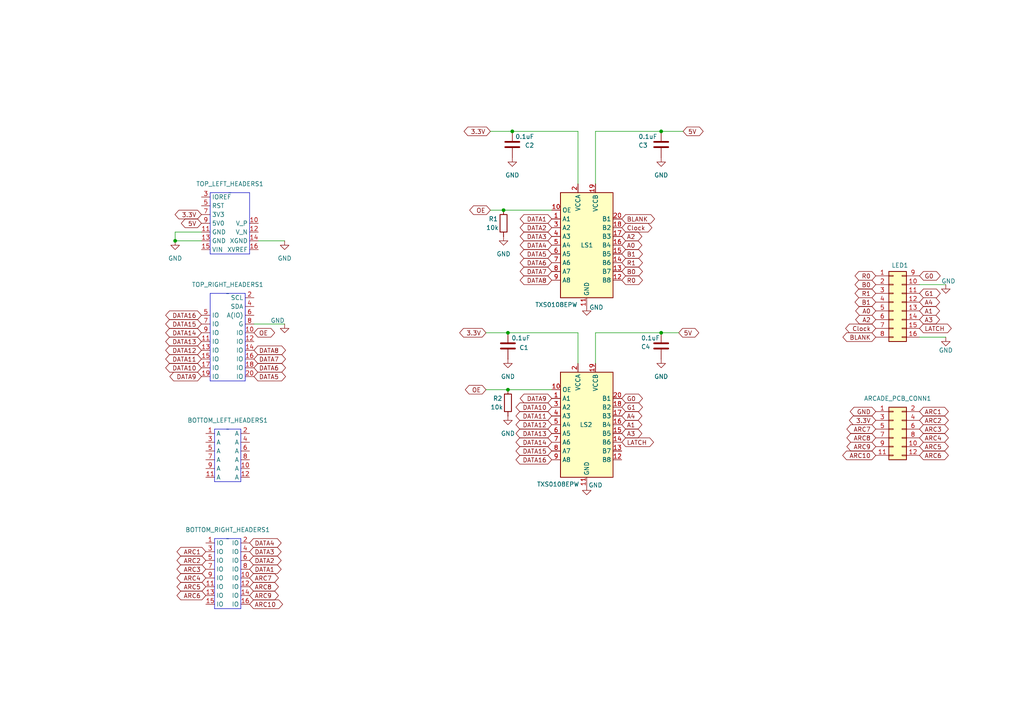
<source format=kicad_sch>
(kicad_sch (version 20250114) (generator "eeschema") (generator_version "9.0")
  (paper "A4")
  (title_block (title "SPUD"))
  (lib_symbols
    (symbol "C_1" (pin_numbers (hide yes)) (pin_names (offset 0.254))
      (property "Reference" "C1" (at 6.35 -0.254 0))
      (property "Value" "0.1uF" (at 6.35 2.286 0))
      (symbol "C_1_0_1"
        (polyline (pts (xy -2.032 0.762) (xy 2.032 0.762)) (stroke (width 0.508)))
        (polyline (pts (xy -2.032 -0.762) (xy 2.032 -0.762)) (stroke (width 0.508)))
      )
      (symbol "C_1_1_1"
        (pin passive line (at 0 3.81 270) (length 2.794) (name "~") (number "1"))
        (pin passive line (at 0 -3.81 90) (length 2.794) (name "~") (number "2"))
      )
    )
    (symbol "Connector_Generic:ARCADE_PCB_CONN" (pin_names (offset 1.016) (hide yes))
      (property "Reference" "J" (at 1.27 7.62 0))
      (property "Value" "Conn_02x06_Top_Bottom" (at 1.27 -10.16 0))
      (symbol "ARCADE_PCB_CONN_1_1"
        (rectangle (start -1.27 6.35) (end 3.81 -8.89) (stroke (width 0.254)) (fill (type background)))
        (rectangle (start -1.27 5.207) (end 0 4.953) (stroke (width 0.1524)))
        (rectangle (start -1.27 2.667) (end 0 2.413) (stroke (width 0.1524)))
        (rectangle (start -1.27 0.127) (end 0 -0.127) (stroke (width 0.1524)))
        (rectangle (start -1.27 -2.413) (end 0 -2.667) (stroke (width 0.1524)))
        (rectangle (start -1.27 -4.953) (end 0 -5.207) (stroke (width 0.1524)))
        (rectangle (start -1.27 -7.493) (end 0 -7.747) (stroke (width 0.1524)))
        (rectangle (start 3.81 5.207) (end 2.54 4.953) (stroke (width 0.1524)))
        (rectangle (start 3.81 2.667) (end 2.54 2.413) (stroke (width 0.1524)))
        (rectangle (start 3.81 0.127) (end 2.54 -0.127) (stroke (width 0.1524)))
        (rectangle (start 3.81 -2.413) (end 2.54 -2.667) (stroke (width 0.1524)))
        (rectangle (start 3.81 -4.953) (end 2.54 -5.207) (stroke (width 0.1524)))
        (rectangle (start 3.81 -7.493) (end 2.54 -7.747) (stroke (width 0.1524)))
        (pin passive line (at -5.08 5.08 0) (length 3.81) (name "Pin_1") (number "1"))
        (pin passive line (at -5.08 2.54 0) (length 3.81) (name "Pin_3") (number "3"))
        (pin passive line (at -5.08 0 0) (length 3.81) (name "Pin_5") (number "5"))
        (pin passive line (at -5.08 -2.54 0) (length 3.81) (name "Pin_7") (number "7"))
        (pin passive line (at -5.08 -5.08 0) (length 3.81) (name "Pin_9") (number "9"))
        (pin passive line (at -5.08 -7.62 0) (length 3.81) (name "Pin_11") (number "11"))
        (pin passive line (at 7.62 5.08 180) (length 3.81) (name "Pin_2") (number "2"))
        (pin passive line (at 7.62 2.54 180) (length 3.81) (name "Pin_4") (number "4"))
        (pin passive line (at 7.62 0 180) (length 3.81) (name "Pin_6") (number "6"))
        (pin passive line (at 7.62 -2.54 180) (length 3.81) (name "Pin_8") (number "8"))
        (pin passive line (at 7.62 -5.08 180) (length 3.81) (name "Pin_10") (number "10"))
        (pin passive line (at 7.62 -7.62 180) (length 3.81) (name "Pin_12") (number "12"))
      )
    )
    (symbol "Connector_Generic:Conn_02x08_Top_Bottom" (pin_names (offset 1.016) (hide yes))
      (property "Reference" "J" (at 1.27 10.16 0))
      (property "Value" "Conn_02x08_Top_Bottom" (at 1.27 -12.7 0))
      (symbol "Conn_02x08_Top_Bottom_1_1"
        (rectangle (start -1.27 8.89) (end 3.81 -11.43) (stroke (width 0.254)) (fill (type background)))
        (rectangle (start -1.27 7.747) (end 0 7.493) (stroke (width 0.1524)))
        (rectangle (start -1.27 5.207) (end 0 4.953) (stroke (width 0.1524)))
        (rectangle (start -1.27 2.667) (end 0 2.413) (stroke (width 0.1524)))
        (rectangle (start -1.27 0.127) (end 0 -0.127) (stroke (width 0.1524)))
        (rectangle (start -1.27 -2.413) (end 0 -2.667) (stroke (width 0.1524)))
        (rectangle (start -1.27 -4.953) (end 0 -5.207) (stroke (width 0.1524)))
        (rectangle (start -1.27 -7.493) (end 0 -7.747) (stroke (width 0.1524)))
        (rectangle (start -1.27 -10.033) (end 0 -10.287) (stroke (width 0.1524)))
        (rectangle (start 3.81 7.747) (end 2.54 7.493) (stroke (width 0.1524)))
        (rectangle (start 3.81 5.207) (end 2.54 4.953) (stroke (width 0.1524)))
        (rectangle (start 3.81 2.667) (end 2.54 2.413) (stroke (width 0.1524)))
        (rectangle (start 3.81 0.127) (end 2.54 -0.127) (stroke (width 0.1524)))
        (rectangle (start 3.81 -2.413) (end 2.54 -2.667) (stroke (width 0.1524)))
        (rectangle (start 3.81 -4.953) (end 2.54 -5.207) (stroke (width 0.1524)))
        (rectangle (start 3.81 -7.493) (end 2.54 -7.747) (stroke (width 0.1524)))
        (rectangle (start 3.81 -10.033) (end 2.54 -10.287) (stroke (width 0.1524)))
        (pin passive line (at -5.08 7.62 0) (length 3.81) (name "Pin_1") (number "1"))
        (pin passive line (at -5.08 5.08 0) (length 3.81) (name "Pin_2") (number "2"))
        (pin passive line (at -5.08 2.54 0) (length 3.81) (name "Pin_3") (number "3"))
        (pin passive line (at -5.08 0 0) (length 3.81) (name "Pin_4") (number "4"))
        (pin passive line (at -5.08 -2.54 0) (length 3.81) (name "Pin_5") (number "5"))
        (pin passive line (at -5.08 -5.08 0) (length 3.81) (name "Pin_6") (number "6"))
        (pin passive line (at -5.08 -7.62 0) (length 3.81) (name "Pin_7") (number "7"))
        (pin passive line (at -5.08 -10.16 0) (length 3.81) (name "Pin_8") (number "8"))
        (pin passive line (at 7.62 7.62 180) (length 3.81) (name "Pin_9") (number "9"))
        (pin passive line (at 7.62 5.08 180) (length 3.81) (name "Pin_10") (number "10"))
        (pin passive line (at 7.62 2.54 180) (length 3.81) (name "Pin_11") (number "11"))
        (pin passive line (at 7.62 0 180) (length 3.81) (name "Pin_12") (number "12"))
        (pin passive line (at 7.62 -2.54 180) (length 3.81) (name "Pin_13") (number "13"))
        (pin passive line (at 7.62 -5.08 180) (length 3.81) (name "Pin_14") (number "14"))
        (pin passive line (at 7.62 -7.62 180) (length 3.81) (name "Pin_15") (number "15"))
        (pin passive line (at 7.62 -10.16 180) (length 3.81) (name "Pin_16") (number "16"))
      )
    )
    (symbol "Device:C" (pin_numbers (hide yes)) (pin_names (offset 0.254))
      (property "Reference" "C" (at 0.635 2.54 0))
      (property "Value" "C" (at 0.635 -2.54 0))
      (symbol "C_0_1"
        (polyline (pts (xy -2.032 0.762) (xy 2.032 0.762)) (stroke (width 0.508)))
        (polyline (pts (xy -2.032 -0.762) (xy 2.032 -0.762)) (stroke (width 0.508)))
      )
      (symbol "C_1_1"
        (pin passive line (at 0 3.81 270) (length 2.794) (name "~") (number "1"))
        (pin passive line (at 0 -3.81 90) (length 2.794) (name "~") (number "2"))
      )
    )
    (symbol "Device:R" (pin_numbers (hide yes)) (pin_names (offset 0))
      (property "Reference" "R" (at 2.032 0 90))
      (property "Value" "R" (at 0 0 90))
      (symbol "R_0_1"
        (rectangle (start -1.016 -2.54) (end 1.016 2.54) (stroke (width 0.254)))
      )
      (symbol "R_1_1"
        (pin passive line (at 0 3.81 270) (length 1.27) (name "~") (number "1"))
        (pin passive line (at 0 -3.81 90) (length 1.27) (name "~") (number "2"))
      )
    )
    (symbol "Logic_LevelTranslator:TXS0108EPW"
      (property "Reference" "U" (at -6.35 16.51 0))
      (property "Value" "TXS0108EPW" (at 3.81 16.51 0))
      (symbol "TXS0108EPW_0_1"
        (rectangle (start -7.62 15.24) (end 7.62 -15.24) (stroke (width 0.254)) (fill (type background)))
      )
      (symbol "TXS0108EPW_1_1"
        (pin input line (at -10.16 10.16 0) (length 2.54) (name "OE") (number "10"))
        (pin bidirectional line (at -10.16 7.62 0) (length 2.54) (name "A1") (number "1"))
        (pin bidirectional line (at -10.16 5.08 0) (length 2.54) (name "A2") (number "3"))
        (pin bidirectional line (at -10.16 2.54 0) (length 2.54) (name "A3") (number "4"))
        (pin bidirectional line (at -10.16 0 0) (length 2.54) (name "A4") (number "5"))
        (pin bidirectional line (at -10.16 -2.54 0) (length 2.54) (name "A5") (number "6"))
        (pin bidirectional line (at -10.16 -5.08 0) (length 2.54) (name "A6") (number "7"))
        (pin bidirectional line (at -10.16 -7.62 0) (length 2.54) (name "A7") (number "8"))
        (pin bidirectional line (at -10.16 -10.16 0) (length 2.54) (name "A8") (number "9"))
        (pin power_in line (at -2.54 17.78 270) (length 2.54) (name "VCCA") (number "2"))
        (pin power_in line (at 0 -17.78 90) (length 2.54) (name "GND") (number "11"))
        (pin power_in line (at 2.54 17.78 270) (length 2.54) (name "VCCB") (number "19"))
        (pin bidirectional line (at 10.16 7.62 180) (length 2.54) (name "B1") (number "20"))
        (pin bidirectional line (at 10.16 5.08 180) (length 2.54) (name "B2") (number "18"))
        (pin bidirectional line (at 10.16 2.54 180) (length 2.54) (name "B3") (number "17"))
        (pin bidirectional line (at 10.16 0 180) (length 2.54) (name "B4") (number "16"))
        (pin bidirectional line (at 10.16 -2.54 180) (length 2.54) (name "B5") (number "15"))
        (pin bidirectional line (at 10.16 -5.08 180) (length 2.54) (name "B6") (number "14"))
        (pin bidirectional line (at 10.16 -7.62 180) (length 2.54) (name "B7") (number "13"))
        (pin bidirectional line (at 10.16 -10.16 180) (length 2.54) (name "B8") (number "12"))
      )
    )
    (symbol "R_1" (pin_numbers (hide yes)) (pin_names (offset 0))
      (property "Reference" "R1" (at -4.318 1.27 0))
      (property "Value" "10k" (at -5.08 -1.27 0))
      (symbol "R_1_0_1"
        (rectangle (start -1.016 2.54) (end 1.016 -2.54) (stroke (width 0.254)))
      )
      (symbol "R_1_1_1"
        (pin passive line (at 0 3.81 270) (length 1.27) (name "~") (number "1"))
        (pin passive line (at 0 -3.81 90) (length 1.27) (name "~") (number "2"))
      )
    )
    (symbol "Spartan-7-J2:J3-4_Header_TOP"
      (property "Reference" "TOP_RIGHT_HEADERS1" (at 1.27 2.54 0))
      (property "Value" "~" (at 1.27 0 0))
      (symbol "J3-4_Header_TOP_1_0"
        (pin no_connect line (at -6.35 -1.27 0) (length 2.54) (hide yes) (name "") (number ""))
        (pin no_connect line (at -6.35 -3.81 0) (length 2.54) (hide yes) (name "") (number ""))
        (pin bidirectional line (at -6.35 -6.35 0) (length 2.54) (name "IO") (number "5"))
        (pin bidirectional line (at -6.35 -8.89 0) (length 2.54) (name "IO") (number "7"))
        (pin bidirectional line (at -6.35 -11.43 0) (length 2.54) (name "IO") (number "9"))
        (pin bidirectional line (at -6.35 -13.97 0) (length 2.54) (name "IO") (number "11"))
        (pin bidirectional line (at -6.35 -16.51 0) (length 2.54) (name "IO") (number "13"))
        (pin bidirectional line (at -6.35 -19.05 0) (length 2.54) (name "IO") (number "15"))
        (pin bidirectional line (at -6.35 -21.59 0) (length 2.54) (name "IO") (number "17"))
        (pin bidirectional line (at -6.35 -24.13 0) (length 2.54) (name "IO") (number "19"))
        (pin bidirectional line (at 8.89 -1.27 180) (length 2.54) (name "SCL") (number "2"))
        (pin bidirectional line (at 8.89 -3.81 180) (length 2.54) (name "SDA") (number "4"))
        (pin bidirectional line (at 8.89 -6.35 180) (length 2.54) (name "A(IO)") (number "6"))
        (pin power_in line (at 8.89 -8.89 180) (length 2.54) (name "G") (number "8"))
        (pin bidirectional line (at 8.89 -11.43 180) (length 2.54) (name "IO") (number "10"))
        (pin bidirectional line (at 8.89 -13.97 180) (length 2.54) (name "IO") (number "12"))
        (pin bidirectional line (at 8.89 -16.51 180) (length 2.54) (name "IO") (number "14"))
        (pin bidirectional line (at 8.89 -19.05 180) (length 2.54) (name "IO") (number "16"))
        (pin bidirectional line (at 8.89 -21.59 180) (length 2.54) (name "IO") (number "18"))
        (pin bidirectional line (at 8.89 -24.13 180) (length 2.54) (name "IO") (number "20"))
      )
    )
    (symbol "Spartan-7-J2:J5_Header"
      (property "Reference" "BOTTOM_RIGHT_HEADERS1" (at 0 1.27 0))
      (property "Value" "~" (at 0 -1.27 0))
      (symbol "J5_Header_1_0"
        (pin bidirectional line (at -6.35 -2.54 0) (length 2.54) (name "IO") (number "1"))
        (pin bidirectional line (at -6.35 -5.08 0) (length 2.54) (name "IO") (number "3"))
        (pin bidirectional line (at -6.35 -7.62 0) (length 2.54) (name "IO") (number "5"))
        (pin bidirectional line (at -6.35 -10.16 0) (length 2.54) (name "IO") (number "7"))
        (pin bidirectional line (at -6.35 -12.7 0) (length 2.54) (name "IO") (number "9"))
        (pin bidirectional line (at -6.35 -15.24 0) (length 2.54) (name "IO") (number "11"))
        (pin bidirectional line (at -6.35 -17.78 0) (length 2.54) (name "IO") (number "13"))
        (pin bidirectional line (at -6.35 -20.32 0) (length 2.54) (name "IO") (number "15"))
        (pin bidirectional line (at 6.35 -2.54 180) (length 2.54) (name "IO") (number "2"))
        (pin bidirectional line (at 6.35 -5.08 180) (length 2.54) (name "IO") (number "4"))
        (pin bidirectional line (at 6.35 -7.62 180) (length 2.54) (name "IO") (number "6"))
        (pin bidirectional line (at 6.35 -10.16 180) (length 2.54) (name "IO") (number "8"))
        (pin bidirectional line (at 6.35 -12.7 180) (length 2.54) (name "IO") (number "10"))
        (pin bidirectional line (at 6.35 -15.24 180) (length 2.54) (name "IO") (number "12"))
        (pin bidirectional line (at 6.35 -17.78 180) (length 2.54) (name "IO") (number "14"))
        (pin bidirectional line (at 6.35 -20.32 180) (length 2.54) (name "IO") (number "16"))
      )
    )
    (symbol "Spartan-7-J2:J6-8_Header_BOT"
      (property "Reference" "BOTTOM_LEFT_HEADERS1" (at 0 1.27 0))
      (property "Value" "~" (at 0 -1.27 0))
      (symbol "J6-8_Header_BOT_1_0"
        (pin input line (at -6.35 -2.54 0) (length 2.54) (name "A") (number "1"))
        (pin input line (at -6.35 -5.08 0) (length 2.54) (name "A") (number "3"))
        (pin input line (at -6.35 -7.62 0) (length 2.54) (name "A") (number "5"))
        (pin input line (at -6.35 -10.16 0) (length 2.54) (name "A") (number "7"))
        (pin input line (at -6.35 -12.7 0) (length 2.54) (name "A") (number "9"))
        (pin input line (at -6.35 -15.24 0) (length 2.54) (name "A") (number "11"))
        (pin input line (at 6.35 -2.54 180) (length 2.54) (name "A") (number "2"))
        (pin input line (at 6.35 -5.08 180) (length 2.54) (name "A") (number "4"))
        (pin input line (at 6.35 -7.62 180) (length 2.54) (name "A") (number "6"))
        (pin input line (at 6.35 -10.16 180) (length 2.54) (name "A") (number "8"))
        (pin input line (at 6.35 -12.7 180) (length 2.54) (name "A") (number "10"))
        (pin input line (at 6.35 -15.24 180) (length 2.54) (name "A") (number "12"))
      )
    )
    (symbol "Spartan-7-J2:J6-8_Header_TOP"
      (property "Reference" "TOP_LEFT_HEADERS1" (at 1.905 -1.27 0))
      (property "Value" "~" (at 1.905 -3.81 0))
      (symbol "J6-8_Header_TOP_1_0"
        (pin no_connect line (at -6.35 -2.54 0) (length 2.54) (hide yes) (name "") (number ""))
        (pin power_in line (at -6.35 -5.08 0) (length 2.54) (name "IOREF") (number "3"))
        (pin input line (at -6.35 -7.62 0) (length 2.54) (name "RST") (number "5"))
        (pin power_out line (at -6.35 -10.16 0) (length 2.54) (name "3V3") (number "7"))
        (pin power_out line (at -6.35 -12.7 0) (length 2.54) (name "5V0") (number "9"))
        (pin power_in line (at -6.35 -15.24 0) (length 2.54) (name "GND") (number "11"))
        (pin power_in line (at -6.35 -17.78 0) (length 2.54) (name "GND") (number "13"))
        (pin power_in line (at -6.35 -20.32 0) (length 2.54) (name "VIN") (number "15"))
        (pin no_connect line (at 10.16 -2.54 180) (length 2.54) (hide yes) (name "") (number ""))
        (pin no_connect line (at 10.16 -5.08 180) (length 2.54) (hide yes) (name "") (number ""))
        (pin no_connect line (at 10.16 -7.62 180) (length 2.54) (hide yes) (name "") (number ""))
        (pin no_connect line (at 10.16 -10.16 180) (length 2.54) (hide yes) (name "") (number ""))
        (pin power_in line (at 10.16 -12.7 180) (length 2.54) (name "V_P") (number "10"))
        (pin power_in line (at 10.16 -15.24 180) (length 2.54) (name "V_N") (number "12"))
        (pin power_in line (at 10.16 -17.78 180) (length 2.54) (name "XGND") (number "14"))
        (pin power_in line (at 10.16 -20.32 180) (length 2.54) (name "XVREF") (number "16"))
      )
    )
    (symbol "power:GND" (power) (pin_numbers (hide yes)) (pin_names (offset 0) (hide yes))
      (property "Value" "GND" (at 0 -3.81 0))
      (symbol "GND_0_1"
        (polyline (pts (xy 0 0) (xy 0 -1.27) (xy 1.27 -1.27) (xy 0 -2.54) (xy -1.27 -1.27) (xy 0 -1.27)))
      )
      (symbol "GND_1_1"
        (pin power_in line (at 0 0 270) (length 0) (name "~") (number "1"))
      )
    )
  )
  (junction (at 191.77 96.52))
  (junction (at 191.77 38.1))
  (junction (at 148.59 38.1))
  (junction (at 147.32 113.03))
  (junction (at 147.32 96.52))
  (junction (at 50.8 69.85))
  (junction (at 146.05 60.96))
  (wire (pts (xy 167.64 53.34) (xy 167.64 38.1)))
  (wire (pts (xy 172.72 38.1) (xy 172.72 53.34)))
  (polyline (pts (xy 60.96 73.66) (xy 72.39 73.66)))
  (polyline (pts (xy 62.23 139.7) (xy 69.85 139.7)))
  (wire (pts (xy 58.42 67.31) (xy 50.8 67.31)))
  (wire (pts (xy 172.72 96.52) (xy 191.77 96.52)))
  (wire (pts (xy 142.24 60.96) (xy 146.05 60.96)))
  (wire (pts (xy 266.7 82.55) (xy 274.32 82.55)))
  (polyline (pts (xy 69.85 139.7) (xy 69.85 124.46)))
  (wire (pts (xy 142.24 38.1) (xy 148.59 38.1)))
  (wire (pts (xy 172.72 96.52) (xy 172.72 105.41)))
  (wire (pts (xy 191.77 96.52) (xy 196.85 96.52)))
  (wire (pts (xy 140.97 113.03) (xy 147.32 113.03)))
  (wire (pts (xy 167.64 105.41) (xy 167.64 96.52)))
  (polyline (pts (xy 60.96 90.17) (xy 60.96 110.49)))
  (polyline (pts (xy 72.39 73.66) (xy 72.39 55.88)))
  (wire (pts (xy 73.66 93.98) (xy 82.55 93.98)))
  (polyline (pts (xy 62.23 124.46) (xy 62.23 139.7)))
  (polyline (pts (xy 62.23 156.21) (xy 69.85 156.21)))
  (wire (pts (xy 74.93 69.85) (xy 82.55 69.85)))
  (wire (pts (xy 148.59 38.1) (xy 167.64 38.1)))
  (wire (pts (xy 191.77 38.1) (xy 198.12 38.1)))
  (polyline (pts (xy 60.96 85.09) (xy 60.96 90.17)))
  (wire (pts (xy 147.32 96.52) (xy 167.64 96.52)))
  (polyline (pts (xy 60.96 55.88) (xy 60.96 73.66)))
  (wire (pts (xy 146.05 60.96) (xy 160.02 60.96)))
  (wire (pts (xy 147.32 113.03) (xy 160.02 113.03)))
  (polyline (pts (xy 69.85 176.53) (xy 69.85 156.21)))
  (wire (pts (xy 140.97 96.52) (xy 147.32 96.52)))
  (wire (pts (xy 50.8 69.85) (xy 58.42 69.85)))
  (polyline (pts (xy 71.12 85.09) (xy 60.96 85.09)))
  (polyline (pts (xy 62.23 156.21) (xy 62.23 176.53)))
  (polyline (pts (xy 62.23 124.46) (xy 69.85 124.46)))
  (polyline (pts (xy 62.23 176.53) (xy 69.85 176.53)))
  (polyline (pts (xy 71.12 110.49) (xy 71.12 85.09)))
  (polyline (pts (xy 60.96 55.88) (xy 72.39 55.88)))
  (polyline (pts (xy 60.96 110.49) (xy 71.12 110.49)))
  (wire (pts (xy 266.7 97.79) (xy 274.32 97.79)))
  (wire (pts (xy 50.8 67.31) (xy 50.8 69.85)))
  (wire (pts (xy 191.77 38.1) (xy 172.72 38.1)))
  (global_label "A0" (shape bidirectional) (at 180.34 71.12 0) (property "Intersheetrefs" "${INTERSHEET_REFS}" (effects (hide yes))))
  (global_label "ARC9" (shape bidirectional) (at 72.39 172.72 0) (property "Intersheetrefs" "${INTERSHEET_REFS}" (effects (hide yes))))
  (global_label "5V" (shape bidirectional) (at 196.85 96.52 0) (property "Intersheetrefs" "${INTERSHEET_REFS}" (effects (hide yes))))
  (global_label "R1" (shape bidirectional) (at 254 85.09 180) (property "Intersheetrefs" "${INTERSHEET_REFS}" (effects (hide yes))))
  (global_label "ARC3" (shape bidirectional) (at 266.7 124.46 0) (property "Intersheetrefs" "${INTERSHEET_REFS}" (effects (hide yes))))
  (global_label "3.3V" (shape bidirectional) (at 140.97 96.52 180) (property "Intersheetrefs" "${INTERSHEET_REFS}" (effects (hide yes))))
  (global_label "DATA13" (shape bidirectional) (at 58.42 99.06 180) (property "Intersheetrefs" "${INTERSHEET_REFS}" (effects (hide yes))))
  (global_label "R0" (shape bidirectional) (at 254 80.01 180) (property "Intersheetrefs" "${INTERSHEET_REFS}" (effects (hide yes))))
  (global_label "B1" (shape bidirectional) (at 180.34 73.66 0) (property "Intersheetrefs" "${INTERSHEET_REFS}" (effects (hide yes))))
  (global_label "ARC2" (shape bidirectional) (at 266.7 121.92 0) (property "Intersheetrefs" "${INTERSHEET_REFS}" (effects (hide yes))))
  (global_label "A4" (shape bidirectional) (at 180.34 120.65 0) (property "Intersheetrefs" "${INTERSHEET_REFS}" (effects (hide yes))))
  (global_label "DATA11" (shape bidirectional) (at 58.42 104.14 180) (property "Intersheetrefs" "${INTERSHEET_REFS}" (effects (hide yes))))
  (global_label "ARC10" (shape bidirectional) (at 254 132.08 180) (property "Intersheetrefs" "${INTERSHEET_REFS}" (effects (hide yes))))
  (global_label "A0" (shape bidirectional) (at 254 90.17 180) (property "Intersheetrefs" "${INTERSHEET_REFS}" (effects (hide yes))))
  (global_label "DATA5" (shape bidirectional) (at 160.02 73.66 180) (property "Intersheetrefs" "${INTERSHEET_REFS}" (effects (hide yes))))
  (global_label "BLANK" (shape bidirectional) (at 254 97.79 180) (property "Intersheetrefs" "${INTERSHEET_REFS}" (effects (hide yes))))
  (global_label "R1" (shape bidirectional) (at 180.34 76.2 0) (property "Intersheetrefs" "${INTERSHEET_REFS}" (effects (hide yes))))
  (global_label "OE" (shape bidirectional) (at 142.24 60.96 180) (property "Intersheetrefs" "${INTERSHEET_REFS}" (effects (hide yes))))
  (global_label "G1" (shape bidirectional) (at 266.7 85.09 0) (property "Intersheetrefs" "${INTERSHEET_REFS}" (effects (hide yes))))
  (global_label "R0" (shape bidirectional) (at 180.34 81.28 0) (property "Intersheetrefs" "${INTERSHEET_REFS}" (effects (hide yes))))
  (global_label "DATA9" (shape bidirectional) (at 58.42 109.22 180) (property "Intersheetrefs" "${INTERSHEET_REFS}" (effects (hide yes))))
  (global_label "ARC5" (shape bidirectional) (at 266.7 129.54 0) (property "Intersheetrefs" "${INTERSHEET_REFS}" (effects (hide yes))))
  (global_label "DATA3" (shape bidirectional) (at 72.39 160.02 0) (property "Intersheetrefs" "${INTERSHEET_REFS}" (effects (hide yes))))
  (global_label "3.3V" (shape bidirectional) (at 254 121.92 180) (property "Intersheetrefs" "${INTERSHEET_REFS}" (effects (hide yes))))
  (global_label "A1" (shape bidirectional) (at 266.7 90.17 0) (property "Intersheetrefs" "${INTERSHEET_REFS}" (effects (hide yes))))
  (global_label "5V" (shape bidirectional) (at 198.12 38.1 0) (property "Intersheetrefs" "${INTERSHEET_REFS}" (effects (hide yes))))
  (global_label "G0" (shape bidirectional) (at 266.7 80.01 0) (property "Intersheetrefs" "${INTERSHEET_REFS}" (effects (hide yes))))
  (global_label "B1" (shape bidirectional) (at 254 87.63 180) (property "Intersheetrefs" "${INTERSHEET_REFS}" (effects (hide yes))))
  (global_label "A2" (shape bidirectional) (at 254 92.71 180) (property "Intersheetrefs" "${INTERSHEET_REFS}" (effects (hide yes))))
  (global_label "ARC10" (shape bidirectional) (at 72.39 175.26 0) (property "Intersheetrefs" "${INTERSHEET_REFS}" (effects (hide yes))))
  (global_label "B0" (shape bidirectional) (at 254 82.55 180) (property "Intersheetrefs" "${INTERSHEET_REFS}" (effects (hide yes))))
  (global_label "ARC6" (shape bidirectional) (at 59.69 172.72 180) (property "Intersheetrefs" "${INTERSHEET_REFS}" (effects (hide yes))))
  (global_label "A4" (shape bidirectional) (at 266.7 87.63 0) (property "Intersheetrefs" "${INTERSHEET_REFS}" (effects (hide yes))))
  (global_label "5V" (shape bidirectional) (at 58.42 64.77 180) (property "Intersheetrefs" "${INTERSHEET_REFS}" (effects (hide yes))))
  (global_label "DATA5" (shape bidirectional) (at 73.66 109.22 0) (property "Intersheetrefs" "${INTERSHEET_REFS}" (effects (hide yes))))
  (global_label "ARC6" (shape bidirectional) (at 266.7 132.08 0) (property "Intersheetrefs" "${INTERSHEET_REFS}" (effects (hide yes))))
  (global_label "LATCH" (shape bidirectional) (at 180.34 128.27 0) (property "Intersheetrefs" "${INTERSHEET_REFS}" (effects (hide yes))))
  (global_label "ARC2" (shape bidirectional) (at 59.69 162.56 180) (property "Intersheetrefs" "${INTERSHEET_REFS}" (effects (hide yes))))
  (global_label "DATA14" (shape bidirectional) (at 160.02 128.27 180) (property "Intersheetrefs" "${INTERSHEET_REFS}" (effects (hide yes))))
  (global_label "DATA4" (shape bidirectional) (at 72.39 157.48 0) (property "Intersheetrefs" "${INTERSHEET_REFS}" (effects (hide yes))))
  (global_label "G0" (shape bidirectional) (at 180.34 115.57 0) (property "Intersheetrefs" "${INTERSHEET_REFS}" (effects (hide yes))))
  (global_label "DATA2" (shape bidirectional) (at 160.02 66.04 180) (property "Intersheetrefs" "${INTERSHEET_REFS}" (effects (hide yes))))
  (global_label "3.3V" (shape bidirectional) (at 142.24 38.1 180) (property "Intersheetrefs" "${INTERSHEET_REFS}" (effects (hide yes))))
  (global_label "DATA12" (shape bidirectional) (at 160.02 123.19 180) (property "Intersheetrefs" "${INTERSHEET_REFS}" (effects (hide yes))))
  (global_label "ARC3" (shape bidirectional) (at 59.69 165.1 180) (property "Intersheetrefs" "${INTERSHEET_REFS}" (effects (hide yes))))
  (global_label "A3" (shape bidirectional) (at 266.7 92.71 0) (property "Intersheetrefs" "${INTERSHEET_REFS}" (effects (hide yes))))
  (global_label "B0" (shape bidirectional) (at 180.34 78.74 0) (property "Intersheetrefs" "${INTERSHEET_REFS}" (effects (hide yes))))
  (global_label "DATA4" (shape bidirectional) (at 160.02 71.12 180) (property "Intersheetrefs" "${INTERSHEET_REFS}" (effects (hide yes))))
  (global_label "DATA10" (shape bidirectional) (at 160.02 118.11 180) (property "Intersheetrefs" "${INTERSHEET_REFS}" (effects (hide yes))))
  (global_label "DATA13" (shape bidirectional) (at 160.02 125.73 180) (property "Intersheetrefs" "${INTERSHEET_REFS}" (effects (hide yes))))
  (global_label "ARC4" (shape bidirectional) (at 266.7 127 0) (property "Intersheetrefs" "${INTERSHEET_REFS}" (effects (hide yes))))
  (global_label "DATA9" (shape bidirectional) (at 160.02 115.57 180) (property "Intersheetrefs" "${INTERSHEET_REFS}" (effects (hide yes))))
  (global_label "DATA1" (shape bidirectional) (at 160.02 63.5 180) (property "Intersheetrefs" "${INTERSHEET_REFS}" (effects (hide yes))))
  (global_label "DATA6" (shape bidirectional) (at 73.66 106.68 0) (property "Intersheetrefs" "${INTERSHEET_REFS}" (effects (hide yes))))
  (global_label "GND" (shape bidirectional) (at 254 119.38 180) (property "Intersheetrefs" "${INTERSHEET_REFS}" (effects (hide yes))))
  (global_label "DATA8" (shape bidirectional) (at 160.02 81.28 180) (property "Intersheetrefs" "${INTERSHEET_REFS}" (effects (hide yes))))
  (global_label "DATA15" (shape bidirectional) (at 58.42 93.98 180) (property "Intersheetrefs" "${INTERSHEET_REFS}" (effects (hide yes))))
  (global_label "ARC4" (shape bidirectional) (at 59.69 167.64 180) (property "Intersheetrefs" "${INTERSHEET_REFS}" (effects (hide yes))))
  (global_label "ARC1" (shape bidirectional) (at 59.69 160.02 180) (property "Intersheetrefs" "${INTERSHEET_REFS}" (effects (hide yes))))
  (global_label "ARC5" (shape bidirectional) (at 59.69 170.18 180) (property "Intersheetrefs" "${INTERSHEET_REFS}" (effects (hide yes))))
  (global_label "DATA15" (shape bidirectional) (at 160.02 130.81 180) (property "Intersheetrefs" "${INTERSHEET_REFS}" (effects (hide yes))))
  (global_label "ARC1" (shape bidirectional) (at 266.7 119.38 0) (property "Intersheetrefs" "${INTERSHEET_REFS}" (effects (hide yes))))
  (global_label "DATA14" (shape bidirectional) (at 58.42 96.52 180) (property "Intersheetrefs" "${INTERSHEET_REFS}" (effects (hide yes))))
  (global_label "DATA12" (shape bidirectional) (at 58.42 101.6 180) (property "Intersheetrefs" "${INTERSHEET_REFS}" (effects (hide yes))))
  (global_label "ARC7" (shape bidirectional) (at 72.39 167.64 0) (property "Intersheetrefs" "${INTERSHEET_REFS}" (effects (hide yes))))
  (global_label "A1" (shape bidirectional) (at 180.34 123.19 0) (property "Intersheetrefs" "${INTERSHEET_REFS}" (effects (hide yes))))
  (global_label "DATA1" (shape bidirectional) (at 72.39 165.1 0) (property "Intersheetrefs" "${INTERSHEET_REFS}" (effects (hide yes))))
  (global_label "G1" (shape bidirectional) (at 180.34 118.11 0) (property "Intersheetrefs" "${INTERSHEET_REFS}" (effects (hide yes))))
  (global_label "DATA2" (shape bidirectional) (at 72.39 162.56 0) (property "Intersheetrefs" "${INTERSHEET_REFS}" (effects (hide yes))))
  (global_label "DATA6" (shape bidirectional) (at 160.02 76.2 180) (property "Intersheetrefs" "${INTERSHEET_REFS}" (effects (hide yes))))
  (global_label "ARC7" (shape bidirectional) (at 254 124.46 180) (property "Intersheetrefs" "${INTERSHEET_REFS}" (effects (hide yes))))
  (global_label "DATA10" (shape bidirectional) (at 58.42 106.68 180) (property "Intersheetrefs" "${INTERSHEET_REFS}" (effects (hide yes))))
  (global_label "DATA7" (shape bidirectional) (at 73.66 104.14 0) (property "Intersheetrefs" "${INTERSHEET_REFS}" (effects (hide yes))))
  (global_label "ARC8" (shape bidirectional) (at 72.39 170.18 0) (property "Intersheetrefs" "${INTERSHEET_REFS}" (effects (hide yes))))
  (global_label "OE" (shape bidirectional) (at 140.97 113.03 180) (property "Intersheetrefs" "${INTERSHEET_REFS}" (effects (hide yes))))
  (global_label "ARC8" (shape bidirectional) (at 254 127 180) (property "Intersheetrefs" "${INTERSHEET_REFS}" (effects (hide yes))))
  (global_label "A2" (shape bidirectional) (at 180.34 68.58 0) (property "Intersheetrefs" "${INTERSHEET_REFS}" (effects (hide yes))))
  (global_label "A3" (shape bidirectional) (at 180.34 125.73 0) (property "Intersheetrefs" "${INTERSHEET_REFS}" (effects (hide yes))))
  (global_label "OE" (shape bidirectional) (at 73.66 96.52 0) (property "Intersheetrefs" "${INTERSHEET_REFS}" (effects (hide yes))))
  (global_label "3.3V" (shape bidirectional) (at 58.42 62.23 180) (property "Intersheetrefs" "${INTERSHEET_REFS}" (effects (hide yes))))
  (global_label "DATA16" (shape bidirectional) (at 160.02 133.35 180) (property "Intersheetrefs" "${INTERSHEET_REFS}" (effects (hide yes))))
  (global_label "ARC9" (shape bidirectional) (at 254 129.54 180) (property "Intersheetrefs" "${INTERSHEET_REFS}" (effects (hide yes))))
  (global_label "LATCH" (shape bidirectional) (at 266.7 95.25 0) (property "Intersheetrefs" "${INTERSHEET_REFS}" (effects (hide yes))))
  (global_label "DATA16" (shape bidirectional) (at 58.42 91.44 180) (property "Intersheetrefs" "${INTERSHEET_REFS}" (effects (hide yes))))
  (global_label "DATA3" (shape bidirectional) (at 160.02 68.58 180) (property "Intersheetrefs" "${INTERSHEET_REFS}" (effects (hide yes))))
  (global_label "DATA11" (shape bidirectional) (at 160.02 120.65 180) (property "Intersheetrefs" "${INTERSHEET_REFS}" (effects (hide yes))))
  (global_label "Clock" (shape bidirectional) (at 254 95.25 180) (property "Intersheetrefs" "${INTERSHEET_REFS}" (effects (hide yes))))
  (global_label "BLANK" (shape bidirectional) (at 180.34 63.5 0) (property "Intersheetrefs" "${INTERSHEET_REFS}" (effects (hide yes))))
  (global_label "DATA7" (shape bidirectional) (at 160.02 78.74 180) (property "Intersheetrefs" "${INTERSHEET_REFS}" (effects (hide yes))))
  (global_label "Clock" (shape bidirectional) (at 180.34 66.04 0) (property "Intersheetrefs" "${INTERSHEET_REFS}" (effects (hide yes))))
  (global_label "DATA8" (shape bidirectional) (at 73.66 101.6 0) (property "Intersheetrefs" "${INTERSHEET_REFS}" (effects (hide yes))))
  (symbol (lib_id "power:GND") (at 146.05 68.58 0) (unit 1)
    (property "Reference" "#PWR04" (effects (hide yes)))
    (property "Value" "GND" (at 146.05 73.66 0))
    (property "Description" "Power symbol creates a global label with name \"GND\" , ground" (effects (hide yes)))
  )
  (symbol (lib_id "Device:C") (at 191.77 41.91 0) (unit 1)
    (property "Reference" "C3" (at 185.166 42.164 0) (effects (justify left)))
    (property "Value" "0.1uF" (at 185.166 39.624 0) (effects (justify left)))
    (property "Footprint" "Capacitor_SMD:C_0805_2012Metric" (effects (hide yes)))
    (property "Description" "Unpolarized capacitor" (effects (hide yes)))
  )
  (symbol (lib_name "C_1") (lib_id "Device:C") (at 148.59 41.91 0) (unit 1)
    (property "Reference" "C2" (at 154.94 42.164 0) (effects (justify right)))
    (property "Value" "0.1uF" (at 154.94 39.624 0) (effects (justify right)))
    (property "Footprint" "Capacitor_SMD:C_0805_2012Metric" (effects (hide yes)))
    (property "Description" "Unpolarized capacitor" (effects (hide yes)))
  )
  (symbol (lib_id "Spartan-7-J2:J5_Header") (at 66.04 154.94 0) (unit 1)
    (property "Reference" "BOTTOM_RIGHT_HEADERS1" (at 66.04 153.67 0))
    (property "Value" "~" (at 66.04 156.21 0))
    (property "Footprint" "Connector_PinHeader_2.54mm:PinHeader_2x08_P2.54mm_Vertical" (effects (hide yes)))
  )
  (symbol (lib_id "power:GND") (at 82.55 69.85 0) (unit 1)
    (property "Reference" "#PWR02" (effects (hide yes)))
    (property "Value" "GND" (at 82.55 74.93 0))
    (property "Description" "Power symbol creates a global label with name \"GND\" , ground" (effects (hide yes)))
  )
  (symbol (lib_id "power:GND") (at 274.32 82.55 0) (unit 1)
    (property "Reference" "#PWR012" (effects (hide yes)))
    (property "Value" "GND" (at 275.082 81.534 0))
    (property "Description" "Power symbol creates a global label with name \"GND\" , ground" (effects (hide yes)))
  )
  (symbol (lib_id "Connector_Generic:ARCADE_PCB_CONN") (at 259.08 124.46 0) (unit 1)
    (property "Reference" "ARCADE_PCB_CONN1" (at 260.35 115.57 0))
    (property "Value" "Conn_02x06_Top_Bottom" (effects (hide yes)))
    (property "Footprint" "Connector_PinHeader_2.54mm:PinHeader_2x06_P2.54mm_Vertical" (effects (hide yes)))
    (property "Description" "Generic connector, double row, 02x06, top/bottom pin numbering scheme (row 1: 1...pins_per_row, row2: pins_per_row+1 ... num_pins), script generated (kicad-library-utils/schlib/autogen/connector/)" (effects (hide yes)))
  )
  (symbol (lib_name "R_1") (lib_id "Device:R") (at 146.05 64.77 0) (unit 1)
    (property "Reference" "R1" (at 141.732 63.5 0) (effects (justify left)))
    (property "Value" "10k" (at 140.97 66.04 0) (effects (justify left)))
    (property "Footprint" "Resistor_SMD:R_0805_2012Metric" (effects (hide yes)))
    (property "Description" "Resistor" (effects (hide yes)))
  )
  (symbol (lib_id "Connector_Generic:Conn_02x08_Top_Bottom") (at 259.08 87.63 0) (unit 1)
    (property "Reference" "LED1" (at 258.572 76.962 0) (effects (justify left)))
    (property "Value" "Conn_02x08_Top_Bottom" (effects (hide yes)))
    (property "Footprint" "Connector_PinHeader_2.54mm:PinHeader_2x08_P2.54mm_Vertical" (effects (hide yes)))
    (property "Description" "Generic connector, double row, 02x08, top/bottom pin numbering scheme (row 1: 1...pins_per_row, row2: pins_per_row+1 ... num_pins), script generated (kicad-library-utils/schlib/autogen/connector/)" (effects (hide yes)))
  )
  (symbol (lib_id "power:GND") (at 170.18 88.9 0) (unit 1)
    (property "Reference" "#PWR08" (effects (hide yes)))
    (property "Value" "GND" (at 172.974 89.154 0))
    (property "Description" "Power symbol creates a global label with name \"GND\" , ground" (effects (hide yes)))
  )
  (symbol (lib_id "power:GND") (at 191.77 45.72 0) (unit 1)
    (property "Reference" "#PWR010" (effects (hide yes)))
    (property "Value" "GND" (at 191.77 50.8 0))
    (property "Description" "Power symbol creates a global label with name \"GND\" , ground" (effects (hide yes)))
  )
  (symbol (lib_id "power:GND") (at 148.59 45.72 0) (unit 1)
    (property "Reference" "#PWR07" (effects (hide yes)))
    (property "Value" "GND" (at 148.59 50.8 0))
    (property "Description" "Power symbol creates a global label with name \"GND\" , ground" (effects (hide yes)))
  )
  (symbol (lib_id "power:GND") (at 50.8 69.85 0) (unit 1)
    (property "Reference" "#PWR01" (effects (hide yes)))
    (property "Value" "GND" (at 50.8 74.93 0))
    (property "Description" "Power symbol creates a global label with name \"GND\" , ground" (effects (hide yes)))
  )
  (symbol (lib_id "Spartan-7-J2:J6-8_Header_BOT") (at 66.04 123.19 0) (unit 1)
    (property "Reference" "BOTTOM_LEFT_HEADERS1" (at 66.04 121.92 0))
    (property "Value" "~" (at 66.04 124.46 0))
    (property "Footprint" "Connector_PinHeader_2.54mm:PinHeader_2x06_P2.54mm_Vertical" (effects (hide yes)))
  )
  (symbol (lib_id "power:GND") (at 191.77 104.14 0) (unit 1)
    (property "Reference" "#PWR011" (effects (hide yes)))
    (property "Value" "GND" (at 191.77 109.22 0))
    (property "Description" "Power symbol creates a global label with name \"GND\" , ground" (effects (hide yes)))
  )
  (symbol (lib_id "power:GND") (at 147.32 120.65 0) (unit 1)
    (property "Reference" "#PWR06" (effects (hide yes)))
    (property "Value" "GND" (at 147.32 125.73 0))
    (property "Description" "Power symbol creates a global label with name \"GND\" , ground" (effects (hide yes)))
  )
  (symbol (lib_id "Device:C") (at 147.32 100.33 0) (unit 1)
    (property "Reference" "C1" (at 150.622 100.838 0) (effects (justify left)))
    (property "Value" "0.1uF" (at 148.336 98.044 0) (effects (justify left)))
    (property "Footprint" "Capacitor_SMD:C_0805_2012Metric" (effects (hide yes)))
    (property "Description" "Unpolarized capacitor" (effects (hide yes)))
  )
  (symbol (lib_id "Logic_LevelTranslator:TXS0108EPW") (at 170.18 71.12 0) (unit 1)
    (property "Reference" "LS1" (at 168.402 71.12 0) (effects (justify left)))
    (property "Value" "TXS0108EPW" (at 155.194 88.392 0) (effects (justify left)))
    (property "Footprint" "Package_SO:TSSOP-20_4.4x6.5mm_P0.65mm" (effects (hide yes)))
    (property "Datasheet" "www.ti.com/lit/ds/symlink/txs0108e.pdf" (effects (hide yes)))
    (property "Description" "Bidirectional  level-shifting voltage translator, TSSOP-20" (effects (hide yes)))
  )
  (symbol (lib_id "Spartan-7-J2:J6-8_Header_TOP") (at 64.77 52.07 0) (unit 1)
    (property "Reference" "TOP_LEFT_HEADERS1" (at 66.675 53.34 0))
    (property "Value" "~" (at 66.675 55.88 0))
    (property "Footprint" "Connector_PinHeader_2.54mm:PinHeader_2x08_P2.54mm_Vertical" (effects (hide yes)))
  )
  (symbol (lib_id "Device:R") (at 147.32 116.84 0) (unit 1)
    (property "Reference" "R2" (at 143.002 115.57 0) (effects (justify left)))
    (property "Value" "10k" (at 142.24 118.11 0) (effects (justify left)))
    (property "Footprint" "Resistor_SMD:R_0805_2012Metric" (effects (hide yes)))
    (property "Description" "Resistor" (effects (hide yes)))
  )
  (symbol (lib_id "Logic_LevelTranslator:TXS0108EPW") (at 170.18 123.19 0) (unit 1)
    (property "Reference" "LS2" (at 168.148 123.19 0) (effects (justify left)))
    (property "Value" "TXS0108EPW" (at 155.702 140.462 0) (effects (justify left)))
    (property "Footprint" "Package_SO:TSSOP-20_4.4x6.5mm_P0.65mm" (effects (hide yes)))
    (property "Datasheet" "www.ti.com/lit/ds/symlink/txs0108e.pdf" (effects (hide yes)))
    (property "Description" "Bidirectional  level-shifting voltage translator, TSSOP-20" (effects (hide yes)))
  )
  (symbol (lib_id "power:GND") (at 274.32 97.79 0) (unit 1)
    (property "Reference" "#PWR013" (effects (hide yes)))
    (property "Value" "GND" (at 274.32 101.6 0))
    (property "Description" "Power symbol creates a global label with name \"GND\" , ground" (effects (hide yes)))
  )
  (symbol (lib_id "power:GND") (at 147.32 104.14 0) (unit 1)
    (property "Reference" "#PWR05" (effects (hide yes)))
    (property "Value" "GND" (at 147.32 109.22 0))
    (property "Description" "Power symbol creates a global label with name \"GND\" , ground" (effects (hide yes)))
  )
  (symbol (lib_id "power:GND") (at 170.18 140.97 0) (unit 1)
    (property "Reference" "#PWR09" (effects (hide yes)))
    (property "Value" "GND" (at 172.72 140.716 0))
    (property "Description" "Power symbol creates a global label with name \"GND\" , ground" (effects (hide yes)))
  )
  (symbol (lib_id "Device:C") (at 191.77 100.33 0) (unit 1)
    (property "Reference" "C4" (at 185.928 100.584 0) (effects (justify left)))
    (property "Value" "0.1uF" (at 185.928 98.044 0) (effects (justify left)))
    (property "Footprint" "Capacitor_SMD:C_0805_2012Metric" (effects (hide yes)))
    (property "Description" "Unpolarized capacitor" (effects (hide yes)))
  )
  (symbol (lib_id "power:GND") (at 82.55 93.98 0) (unit 1)
    (property "Reference" "#PWR03" (effects (hide yes)))
    (property "Value" "GND" (at 80.518 92.964 0))
    (property "Description" "Power symbol creates a global label with name \"GND\" , ground" (effects (hide yes)))
  )
  (symbol (lib_id "Spartan-7-J2:J3-4_Header_TOP") (at 64.77 85.09 0) (unit 1)
    (property "Reference" "TOP_RIGHT_HEADERS1" (at 66.04 82.55 0))
    (property "Value" "~" (at 66.04 85.09 0))
    (property "Footprint" "Connector_PinHeader_2.54mm:PinHeader_2x10_P2.54mm_Vertical" (effects (hide yes)))
  )
)
</source>
